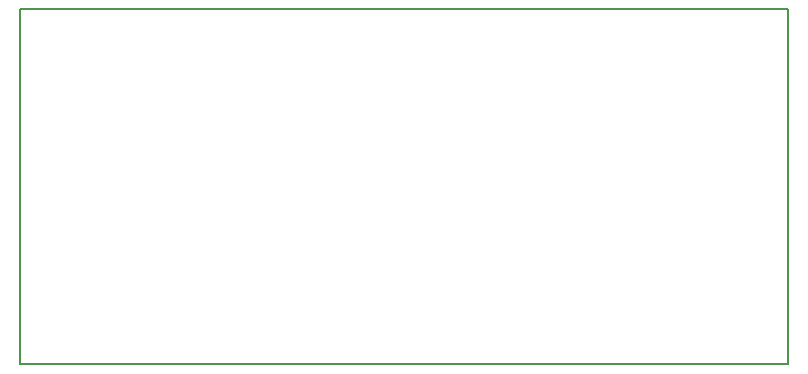
<source format=gbr>
G04 #@! TF.FileFunction,Profile,NP*
%FSLAX46Y46*%
G04 Gerber Fmt 4.6, Leading zero omitted, Abs format (unit mm)*
G04 Created by KiCad (PCBNEW 4.0.5) date 03/21/17 11:14:39*
%MOMM*%
%LPD*%
G01*
G04 APERTURE LIST*
%ADD10C,0.100000*%
%ADD11C,0.150000*%
G04 APERTURE END LIST*
D10*
D11*
X114236500Y-61404500D02*
X114236500Y-31369000D01*
X179260500Y-61404500D02*
X114236500Y-61404500D01*
X179260500Y-31369000D02*
X179260500Y-61404500D01*
X114236500Y-31369000D02*
X179260500Y-31369000D01*
M02*

</source>
